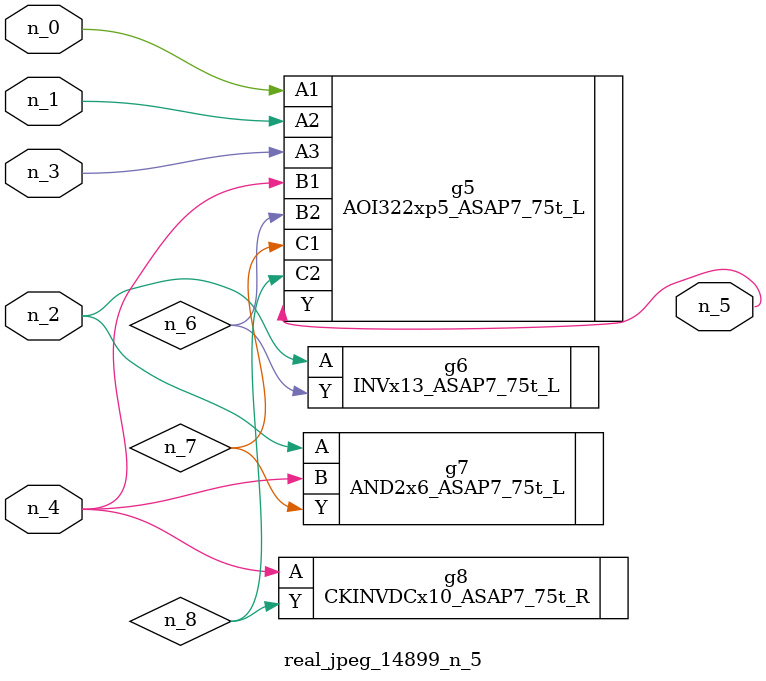
<source format=v>
module real_jpeg_14899_n_5 (n_4, n_0, n_1, n_2, n_3, n_5);

input n_4;
input n_0;
input n_1;
input n_2;
input n_3;

output n_5;

wire n_8;
wire n_6;
wire n_7;

AOI322xp5_ASAP7_75t_L g5 ( 
.A1(n_0),
.A2(n_1),
.A3(n_3),
.B1(n_4),
.B2(n_6),
.C1(n_7),
.C2(n_8),
.Y(n_5)
);

INVx13_ASAP7_75t_L g6 ( 
.A(n_2),
.Y(n_6)
);

AND2x6_ASAP7_75t_L g7 ( 
.A(n_2),
.B(n_4),
.Y(n_7)
);

CKINVDCx10_ASAP7_75t_R g8 ( 
.A(n_4),
.Y(n_8)
);


endmodule
</source>
